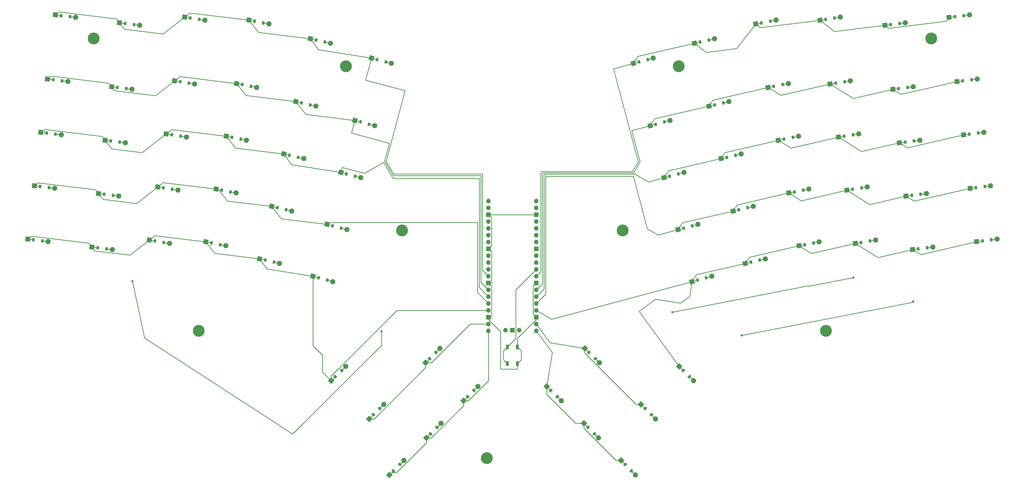
<source format=gbr>
%TF.GenerationSoftware,KiCad,Pcbnew,8.0.6*%
%TF.CreationDate,2024-12-18T16:48:01-08:00*%
%TF.ProjectId,gundamBowtie,67756e64-616d-4426-9f77-7469652e6b69,v1.0.0*%
%TF.SameCoordinates,Original*%
%TF.FileFunction,Copper,L1,Top*%
%TF.FilePolarity,Positive*%
%FSLAX46Y46*%
G04 Gerber Fmt 4.6, Leading zero omitted, Abs format (unit mm)*
G04 Created by KiCad (PCBNEW 8.0.6) date 2024-12-18 16:48:01*
%MOMM*%
%LPD*%
G01*
G04 APERTURE LIST*
G04 Aperture macros list*
%AMRotRect*
0 Rectangle, with rotation*
0 The origin of the aperture is its center*
0 $1 length*
0 $2 width*
0 $3 Rotation angle, in degrees counterclockwise*
0 Add horizontal line*
21,1,$1,$2,0,0,$3*%
G04 Aperture macros list end*
%TA.AperFunction,ComponentPad*%
%ADD10RotRect,1.778000X1.778000X45.000000*%
%TD*%
%TA.AperFunction,SMDPad,CuDef*%
%ADD11RotRect,0.900000X1.200000X45.000000*%
%TD*%
%TA.AperFunction,ComponentPad*%
%ADD12C,1.905000*%
%TD*%
%TA.AperFunction,ComponentPad*%
%ADD13RotRect,1.778000X1.778000X315.000000*%
%TD*%
%TA.AperFunction,SMDPad,CuDef*%
%ADD14RotRect,0.900000X1.200000X315.000000*%
%TD*%
%TA.AperFunction,ComponentPad*%
%ADD15RotRect,1.778000X1.778000X353.000000*%
%TD*%
%TA.AperFunction,SMDPad,CuDef*%
%ADD16RotRect,0.900000X1.200000X353.000000*%
%TD*%
%TA.AperFunction,ComponentPad*%
%ADD17RotRect,1.778000X1.778000X351.000000*%
%TD*%
%TA.AperFunction,SMDPad,CuDef*%
%ADD18RotRect,0.900000X1.200000X351.000000*%
%TD*%
%TA.AperFunction,ComponentPad*%
%ADD19RotRect,1.778000X1.778000X349.000000*%
%TD*%
%TA.AperFunction,SMDPad,CuDef*%
%ADD20RotRect,0.900000X1.200000X349.000000*%
%TD*%
%TA.AperFunction,ComponentPad*%
%ADD21RotRect,1.778000X1.778000X11.000000*%
%TD*%
%TA.AperFunction,SMDPad,CuDef*%
%ADD22RotRect,0.900000X1.200000X11.000000*%
%TD*%
%TA.AperFunction,ComponentPad*%
%ADD23O,1.700000X1.700000*%
%TD*%
%TA.AperFunction,ComponentPad*%
%ADD24R,1.700000X1.700000*%
%TD*%
%TA.AperFunction,ComponentPad*%
%ADD25RotRect,1.778000X1.778000X345.000000*%
%TD*%
%TA.AperFunction,SMDPad,CuDef*%
%ADD26RotRect,0.900000X1.200000X345.000000*%
%TD*%
%TA.AperFunction,ComponentPad*%
%ADD27RotRect,1.778000X1.778000X7.000000*%
%TD*%
%TA.AperFunction,SMDPad,CuDef*%
%ADD28RotRect,0.900000X1.200000X7.000000*%
%TD*%
%TA.AperFunction,ComponentPad*%
%ADD29RotRect,1.778000X1.778000X13.000000*%
%TD*%
%TA.AperFunction,SMDPad,CuDef*%
%ADD30RotRect,0.900000X1.200000X13.000000*%
%TD*%
%TA.AperFunction,ComponentPad*%
%ADD31C,0.700000*%
%TD*%
%TA.AperFunction,ComponentPad*%
%ADD32C,4.400000*%
%TD*%
%TA.AperFunction,ComponentPad*%
%ADD33RotRect,1.778000X1.778000X9.000000*%
%TD*%
%TA.AperFunction,SMDPad,CuDef*%
%ADD34RotRect,0.900000X1.200000X9.000000*%
%TD*%
%TA.AperFunction,ComponentPad*%
%ADD35RotRect,1.778000X1.778000X15.000000*%
%TD*%
%TA.AperFunction,SMDPad,CuDef*%
%ADD36RotRect,0.900000X1.200000X15.000000*%
%TD*%
%TA.AperFunction,ComponentPad*%
%ADD37RotRect,1.778000X1.778000X347.000000*%
%TD*%
%TA.AperFunction,SMDPad,CuDef*%
%ADD38RotRect,0.900000X1.200000X347.000000*%
%TD*%
%TA.AperFunction,SMDPad,CuDef*%
%ADD39R,1.100000X1.800000*%
%TD*%
%TA.AperFunction,ViaPad*%
%ADD40C,0.800000*%
%TD*%
%TA.AperFunction,Conductor*%
%ADD41C,0.250000*%
%TD*%
G04 APERTURE END LIST*
D10*
%TO.P,D34,1*%
%TO.N,GP15*%
X162183448Y-233057988D03*
D11*
X163710795Y-231530634D03*
%TO.P,D34,2*%
%TO.N,keysNextToBig_bottom*%
X166044247Y-229197180D03*
D12*
X167571594Y-227669826D03*
%TD*%
D13*
%TO.P,D71,1*%
%TO.N,GP16*%
X234478135Y-213881267D03*
D14*
X236005489Y-215408614D03*
%TO.P,D71,2*%
%TO.N,mirror_keysNextToBigPart2_bottom*%
X238338943Y-217742066D03*
D12*
X239866297Y-219269413D03*
%TD*%
D15*
%TO.P,D8,1*%
%TO.N,GP11*%
X56577332Y-108588468D03*
D16*
X58721230Y-108851702D03*
%TO.P,D8,2*%
%TO.N,pinky_top*%
X61996636Y-109253870D03*
D12*
X64140534Y-109517104D03*
%TD*%
D17*
%TO.P,D12,1*%
%TO.N,GP12*%
X76129728Y-125977093D03*
D18*
X78263140Y-126314988D03*
%TO.P,D12,2*%
%TO.N,ring_home*%
X81522500Y-126831226D03*
D12*
X83655912Y-127169121D03*
%TD*%
D19*
%TO.P,D18,1*%
%TO.N,GP11*%
X101617200Y-107120422D03*
D20*
X103737517Y-107532561D03*
%TO.P,D18,2*%
%TO.N,middle_top*%
X106976883Y-108162241D03*
D12*
X109097200Y-108574380D03*
%TD*%
D21*
%TO.P,D55,1*%
%TO.N,GP21*%
X302924937Y-88941812D03*
D22*
X305045250Y-88529673D03*
%TO.P,D55,2*%
%TO.N,mirror_middle_number*%
X308284622Y-87900005D03*
D12*
X310404935Y-87487866D03*
%TD*%
D23*
%TO.P,_1,43*%
%TO.N,N/C*%
X210459144Y-179238110D03*
D24*
%TO.P,_1,42*%
X207919158Y-179238108D03*
D23*
%TO.P,_1,41*%
X205379148Y-179238123D03*
%TO.P,_1,40*%
%TO.N,VBUS*%
X216809144Y-131208111D03*
%TO.P,_1,39*%
%TO.N,VSYS*%
X216809147Y-133748113D03*
D24*
%TO.P,_1,38*%
%TO.N,GND*%
X216809160Y-136288107D03*
D23*
%TO.P,_1,37*%
%TO.N,3V3_EN*%
X216809148Y-138828099D03*
%TO.P,_1,36*%
%TO.N,3V3*%
X216809153Y-141368114D03*
%TO.P,_1,35*%
%TO.N,ADC_VREF*%
X216809146Y-143908108D03*
%TO.P,_1,34*%
%TO.N,GP28*%
X216809147Y-146448106D03*
D24*
%TO.P,_1,33*%
%TO.N,AGND*%
X216809142Y-148988114D03*
D23*
%TO.P,_1,32*%
%TO.N,GP27*%
X216809145Y-151528110D03*
%TO.P,_1,31*%
%TO.N,GP26*%
X216809148Y-154068102D03*
%TO.P,_1,30*%
%TO.N,RUN*%
X216809143Y-156608112D03*
%TO.P,_1,29*%
%TO.N,GP22*%
X216809143Y-159148111D03*
D24*
%TO.P,_1,28*%
%TO.N,GND*%
X216809154Y-161688111D03*
D23*
%TO.P,_1,27*%
%TO.N,GP21*%
X216809149Y-164228110D03*
%TO.P,_1,26*%
%TO.N,GP20*%
X216809147Y-166768115D03*
%TO.P,_1,25*%
%TO.N,GP19*%
X216809149Y-169308103D03*
%TO.P,_1,24*%
%TO.N,GP18*%
X216809150Y-171848107D03*
D24*
%TO.P,_1,23*%
%TO.N,GND*%
X216809127Y-174388118D03*
D23*
%TO.P,_1,22*%
%TO.N,GP17*%
X216809143Y-176928106D03*
%TO.P,_1,21*%
%TO.N,GP16*%
X216809147Y-179468111D03*
%TO.P,_1,20*%
%TO.N,GP15*%
X199029148Y-179468107D03*
%TO.P,_1,19*%
%TO.N,GP14*%
X199029145Y-176928105D03*
D24*
%TO.P,_1,18*%
%TO.N,GND*%
X199029132Y-174388111D03*
D23*
%TO.P,_1,17*%
%TO.N,GP13*%
X199029144Y-171848119D03*
%TO.P,_1,16*%
%TO.N,GP12*%
X199029139Y-169308104D03*
%TO.P,_1,15*%
%TO.N,GP11*%
X199029146Y-166768110D03*
%TO.P,_1,14*%
%TO.N,GP10*%
X199029145Y-164228112D03*
D24*
%TO.P,_1,13*%
%TO.N,GND*%
X199029150Y-161688104D03*
D23*
%TO.P,_1,12*%
%TO.N,GP9*%
X199029147Y-159148108D03*
%TO.P,_1,11*%
%TO.N,GP8*%
X199029144Y-156608116D03*
%TO.P,_1,10*%
%TO.N,GP7*%
X199029149Y-154068106D03*
%TO.P,_1,9*%
%TO.N,GP6*%
X199029149Y-151528107D03*
D24*
%TO.P,_1,8*%
%TO.N,GND*%
X199029138Y-148988107D03*
D23*
%TO.P,_1,7*%
%TO.N,GP5*%
X199029143Y-146448108D03*
%TO.P,_1,6*%
%TO.N,GP4*%
X199029145Y-143908103D03*
%TO.P,_1,5*%
%TO.N,GP3*%
X199029143Y-141368115D03*
%TO.P,_1,4*%
%TO.N,GP2*%
X199029142Y-138828111D03*
D24*
%TO.P,_1,3*%
%TO.N,GND*%
X199029165Y-136288100D03*
D23*
%TO.P,_1,2*%
%TO.N,GP1*%
X199029149Y-133748112D03*
%TO.P,_1,1*%
%TO.N,GP0*%
X199029145Y-131208107D03*
%TD*%
D25*
%TO.P,D28,1*%
%TO.N,GP11*%
X144206372Y-120544585D03*
D26*
X146292772Y-121103624D03*
%TO.P,D28,2*%
%TO.N,inner_top*%
X149480322Y-121957746D03*
D12*
X151566722Y-122516785D03*
%TD*%
D27*
%TO.P,D39,1*%
%TO.N,GP20*%
X375518842Y-106592271D03*
D28*
X377662735Y-106329028D03*
%TO.P,D39,2*%
%TO.N,mirror_mods_top*%
X380938155Y-105926862D03*
D12*
X383082048Y-105663619D03*
%TD*%
D15*
%TO.P,D4,1*%
%TO.N,GP10*%
X35193599Y-85812684D03*
D16*
X37337497Y-86075918D03*
%TO.P,D4,2*%
%TO.N,mods_number*%
X40612903Y-86478086D03*
D12*
X42756801Y-86741320D03*
%TD*%
D10*
%TO.P,D36,1*%
%TO.N,GP15*%
X189760651Y-205480852D03*
D11*
X191287998Y-203953498D03*
%TO.P,D36,2*%
%TO.N,keysNextToBigPart3_bottom*%
X193621450Y-201620044D03*
D12*
X195148797Y-200092690D03*
%TD*%
D29*
%TO.P,D58,1*%
%TO.N,GP19*%
X289935682Y-134906909D03*
D30*
X292040319Y-134421013D03*
%TO.P,D58,2*%
%TO.N,mirror_index_home*%
X295255741Y-133678677D03*
D12*
X297360378Y-133192781D03*
%TD*%
D15*
%TO.P,D10,1*%
%TO.N,GP9*%
X61939597Y-64916422D03*
D16*
X64083495Y-65179656D03*
%TO.P,D10,2*%
%TO.N,pinky_function*%
X67358901Y-65581824D03*
D12*
X69502799Y-65845058D03*
%TD*%
D27*
%TO.P,D41,1*%
%TO.N,GP22*%
X370156603Y-62920214D03*
D28*
X372300496Y-62656971D03*
%TO.P,D41,2*%
%TO.N,mirror_mods_function*%
X375575916Y-62254805D03*
D12*
X377719809Y-61991562D03*
%TD*%
D27*
%TO.P,D42,1*%
%TO.N,GP18*%
X356572503Y-149218954D03*
D28*
X358716396Y-148955711D03*
%TO.P,D42,2*%
%TO.N,mirror_pinky_bottom*%
X361991816Y-148553545D03*
D12*
X364135709Y-148290302D03*
%TD*%
D15*
%TO.P,D2,1*%
%TO.N,GP12*%
X30318832Y-125514531D03*
D16*
X32462730Y-125777765D03*
%TO.P,D2,2*%
%TO.N,mods_home*%
X35738136Y-126179933D03*
D12*
X37882034Y-126443167D03*
%TD*%
D21*
%TO.P,D52,1*%
%TO.N,GP18*%
X314373483Y-147839441D03*
D22*
X316493796Y-147427302D03*
%TO.P,D52,2*%
%TO.N,mirror_middle_bottom*%
X319733168Y-146797634D03*
D12*
X321853481Y-146385495D03*
%TD*%
D13*
%TO.P,D68,1*%
%TO.N,GP18*%
X269833451Y-192668066D03*
D14*
X271360805Y-194195413D03*
%TO.P,D68,2*%
%TO.N,mirror_left_top*%
X273694259Y-196528865D03*
D12*
X275221613Y-198056212D03*
%TD*%
D25*
%TO.P,D30,1*%
%TO.N,GP9*%
X155594407Y-78043884D03*
D26*
X157680807Y-78602923D03*
%TO.P,D30,2*%
%TO.N,inner_function*%
X160868357Y-79457045D03*
D12*
X162954757Y-80016084D03*
%TD*%
D27*
%TO.P,D40,1*%
%TO.N,GP21*%
X373081491Y-86741308D03*
D28*
X375225384Y-86478065D03*
%TO.P,D40,2*%
%TO.N,mirror_mods_number*%
X378500804Y-86075899D03*
D12*
X380644697Y-85812656D03*
%TD*%
D27*
%TO.P,D43,1*%
%TO.N,GP19*%
X354135141Y-129368063D03*
D28*
X356279034Y-129104820D03*
%TO.P,D43,2*%
%TO.N,mirror_pinky_home*%
X359554454Y-128702654D03*
D12*
X361698347Y-128439411D03*
%TD*%
D15*
%TO.P,D1,1*%
%TO.N,GP13*%
X27881439Y-145365428D03*
D16*
X30025337Y-145628662D03*
%TO.P,D1,2*%
%TO.N,mods_bottom*%
X33300743Y-146030830D03*
D12*
X35444641Y-146294064D03*
%TD*%
D31*
%TO.P,_3,1*%
%TO.N,N/C*%
X361838610Y-70994100D03*
X362460477Y-72093235D03*
X362176102Y-69777174D03*
X363677403Y-72430727D03*
D32*
X363476320Y-70793017D03*
D31*
X363275237Y-69155307D03*
X364776538Y-71808860D03*
X364492163Y-69492799D03*
X365114030Y-70591934D03*
%TD*%
D27*
%TO.P,D45,1*%
%TO.N,GP21*%
X349260365Y-89666168D03*
D28*
X351404258Y-89402925D03*
%TO.P,D45,2*%
%TO.N,mirror_pinky_number*%
X354679678Y-89000759D03*
D12*
X356823571Y-88737516D03*
%TD*%
D31*
%TO.P,_8,1*%
%TO.N,N/C*%
X165351189Y-141739499D03*
X165516016Y-142991558D03*
X166119966Y-140737612D03*
X167372025Y-140572785D03*
D32*
X166944964Y-142166560D03*
D31*
X166517903Y-143760335D03*
X167769962Y-143595508D03*
X168373912Y-141341562D03*
X168538739Y-142593621D03*
%TD*%
D27*
%TO.P,D38,1*%
%TO.N,GP19*%
X377956267Y-126443168D03*
D28*
X380100160Y-126179925D03*
%TO.P,D38,2*%
%TO.N,mirror_mods_home*%
X383375580Y-125777759D03*
D12*
X385519473Y-125514516D03*
%TD*%
D33*
%TO.P,D51,1*%
%TO.N,GP22*%
X322170573Y-63957022D03*
D34*
X324303976Y-63619136D03*
%TO.P,D51,2*%
%TO.N,mirror_ring_function*%
X327563350Y-63102904D03*
D12*
X329696753Y-62765018D03*
%TD*%
D35*
%TO.P,D63,1*%
%TO.N,GP19*%
X269447966Y-141835308D03*
D36*
X271534367Y-141276255D03*
%TO.P,D63,2*%
%TO.N,mirror_inner_home*%
X274721921Y-140422153D03*
D12*
X276808322Y-139863100D03*
%TD*%
D37*
%TO.P,D22,1*%
%TO.N,GP12*%
X118477945Y-133192776D03*
D38*
X120582580Y-133678668D03*
%TO.P,D22,2*%
%TO.N,index_home*%
X123798018Y-134421016D03*
D12*
X125902653Y-134906908D03*
%TD*%
D29*
%TO.P,D60,1*%
%TO.N,GP21*%
X280937626Y-95932102D03*
D30*
X283042263Y-95446206D03*
%TO.P,D60,2*%
%TO.N,mirror_index_number*%
X286257685Y-94703870D03*
D12*
X288362322Y-94217974D03*
%TD*%
D13*
%TO.P,D69,1*%
%TO.N,GP17*%
X234831694Y-185950547D03*
D14*
X236359048Y-187477894D03*
%TO.P,D69,2*%
%TO.N,mirror_right_middle*%
X238692502Y-189811346D03*
D12*
X240219856Y-191338693D03*
%TD*%
D25*
%TO.P,D29,1*%
%TO.N,GP10*%
X149382713Y-101226076D03*
D26*
X151469113Y-101785115D03*
%TO.P,D29,2*%
%TO.N,inner_number*%
X154656663Y-102639237D03*
D12*
X156743063Y-103198276D03*
%TD*%
D13*
%TO.P,D67,1*%
%TO.N,GP17*%
X255691310Y-206810226D03*
D14*
X257218664Y-208337573D03*
%TO.P,D67,2*%
%TO.N,mirror_left_middle*%
X259552118Y-210671025D03*
D12*
X261079472Y-212198372D03*
%TD*%
D10*
%TO.P,D31,1*%
%TO.N,GP14*%
X154758799Y-212198368D03*
D11*
X156286146Y-210671014D03*
%TO.P,D31,2*%
%TO.N,left_middle*%
X158619598Y-208337560D03*
D12*
X160146945Y-206810206D03*
%TD*%
D25*
%TO.P,D27,1*%
%TO.N,GP12*%
X139030014Y-139863138D03*
D26*
X141116414Y-140422177D03*
%TO.P,D27,2*%
%TO.N,inner_home*%
X144303964Y-141276299D03*
D12*
X146390364Y-141835338D03*
%TD*%
D31*
%TO.P,_4,1*%
%TO.N,N/C*%
X144512588Y-80704059D03*
X144721022Y-81949597D03*
X145245943Y-79675948D03*
X146491481Y-79467514D03*
D32*
X146120307Y-81075233D03*
D31*
X145749133Y-82682952D03*
X146994671Y-82474518D03*
X147519592Y-80200869D03*
X147728026Y-81446407D03*
%TD*%
%TO.P,_9,1*%
%TO.N,N/C*%
X247299489Y-142593601D03*
X247464325Y-141341548D03*
X248068264Y-143595491D03*
X249320317Y-143760327D03*
D32*
X248893266Y-142166550D03*
D31*
X248466215Y-140572773D03*
X249718268Y-140737609D03*
X250322207Y-142991552D03*
X250487043Y-141739499D03*
%TD*%
D29*
%TO.P,D61,1*%
%TO.N,GP22*%
X275538809Y-72547253D03*
D30*
X277643446Y-72061357D03*
%TO.P,D61,2*%
%TO.N,mirror_index_function*%
X280858868Y-71319021D03*
D12*
X282963505Y-70833125D03*
%TD*%
D17*
%TO.P,D11,1*%
%TO.N,GP13*%
X73001053Y-145730843D03*
D18*
X75134465Y-146068738D03*
%TO.P,D11,2*%
%TO.N,ring_bottom*%
X78393825Y-146584976D03*
D12*
X80527237Y-146922871D03*
%TD*%
D13*
%TO.P,D72,1*%
%TO.N,GP16*%
X220689516Y-200092698D03*
D14*
X222216870Y-201620045D03*
%TO.P,D72,2*%
%TO.N,mirror_keysNextToBigPart3_bottom*%
X224550324Y-203953497D03*
D12*
X226077678Y-205480844D03*
%TD*%
D27*
%TO.P,D37,1*%
%TO.N,GP18*%
X380393630Y-146294086D03*
D28*
X382537523Y-146030843D03*
%TO.P,D37,2*%
%TO.N,mirror_mods_bottom*%
X385812943Y-145628677D03*
D12*
X387956836Y-145365434D03*
%TD*%
D35*
%TO.P,D62,1*%
%TO.N,GP18*%
X274624307Y-161153842D03*
D36*
X276710708Y-160594789D03*
%TO.P,D62,2*%
%TO.N,mirror_inner_bottom*%
X279898262Y-159740687D03*
D12*
X281984663Y-159181634D03*
%TD*%
D33*
%TO.P,D49,1*%
%TO.N,GP20*%
X329053688Y-107415326D03*
D34*
X331187091Y-107077440D03*
%TO.P,D49,2*%
%TO.N,mirror_ring_top*%
X334446465Y-106561208D03*
D12*
X336579868Y-106223322D03*
%TD*%
D17*
%TO.P,D15,1*%
%TO.N,GP9*%
X86141574Y-62765044D03*
D18*
X88274986Y-63102939D03*
%TO.P,D15,2*%
%TO.N,ring_function*%
X91534346Y-63619177D03*
D12*
X93667758Y-63957072D03*
%TD*%
D31*
%TO.P,_6,1*%
%TO.N,N/C*%
X89808442Y-179191307D03*
X90505461Y-178138231D03*
X90060209Y-180428811D03*
X91742965Y-177886464D03*
D32*
X91428125Y-179506147D03*
D31*
X91113285Y-181125830D03*
X92796041Y-178583483D03*
X92350789Y-180874063D03*
X93047808Y-179820987D03*
%TD*%
%TO.P,_2,1*%
%TO.N,N/C*%
X50724313Y-70591939D03*
X51061796Y-71808861D03*
X51346178Y-69492803D03*
X52563100Y-69155320D03*
D32*
X52362016Y-70793023D03*
D31*
X52160932Y-72430726D03*
X53377854Y-72093243D03*
X53662236Y-69777185D03*
X53999719Y-70994107D03*
%TD*%
D19*
%TO.P,D16,1*%
%TO.N,GP13*%
X93984821Y-146385521D03*
D20*
X96105138Y-146797660D03*
%TO.P,D16,2*%
%TO.N,middle_bottom*%
X99344504Y-147427340D03*
D12*
X101464821Y-147839479D03*
%TD*%
D33*
%TO.P,D48,1*%
%TO.N,GP19*%
X332182374Y-127169111D03*
D34*
X334315777Y-126831225D03*
%TO.P,D48,2*%
%TO.N,mirror_ring_home*%
X337575151Y-126314993D03*
D12*
X339708554Y-125977107D03*
%TD*%
D35*
%TO.P,D66,1*%
%TO.N,GP22*%
X252883564Y-80016084D03*
D36*
X254969965Y-79457031D03*
%TO.P,D66,2*%
%TO.N,mirror_inner_function*%
X258157519Y-78602929D03*
D12*
X260243920Y-78043876D03*
%TD*%
D29*
%TO.P,D59,1*%
%TO.N,GP20*%
X285436669Y-115419508D03*
D30*
X287541306Y-114933612D03*
%TO.P,D59,2*%
%TO.N,mirror_index_top*%
X290756728Y-114191276D03*
D12*
X292861365Y-113705380D03*
%TD*%
D21*
%TO.P,D56,1*%
%TO.N,GP22*%
X298345539Y-65382756D03*
D22*
X300465852Y-64970617D03*
%TO.P,D56,2*%
%TO.N,mirror_middle_function*%
X303705224Y-64340949D03*
D12*
X305825537Y-63928810D03*
%TD*%
D21*
%TO.P,D54,1*%
%TO.N,GP20*%
X306741115Y-108574346D03*
D22*
X308861428Y-108162207D03*
%TO.P,D54,2*%
%TO.N,mirror_middle_top*%
X312100800Y-107532539D03*
D12*
X314221113Y-107120400D03*
%TD*%
D10*
%TO.P,D33,1*%
%TO.N,GP14*%
X175618453Y-191338692D03*
D11*
X177145800Y-189811338D03*
%TO.P,D33,2*%
%TO.N,right_middle*%
X179479252Y-187477884D03*
D12*
X181006599Y-185950530D03*
%TD*%
D37*
%TO.P,D23,1*%
%TO.N,GP11*%
X122976965Y-113705372D03*
D38*
X125081600Y-114191264D03*
%TO.P,D23,2*%
%TO.N,index_top*%
X128297038Y-114933612D03*
D12*
X130401673Y-115419504D03*
%TD*%
D19*
%TO.P,D17,1*%
%TO.N,GP12*%
X97801032Y-126752958D03*
D20*
X99921349Y-127165097D03*
%TO.P,D17,2*%
%TO.N,middle_home*%
X103160715Y-127794777D03*
D12*
X105281032Y-128206916D03*
%TD*%
D25*
%TO.P,D26,1*%
%TO.N,GP13*%
X133853628Y-159181640D03*
D26*
X135940028Y-159740679D03*
%TO.P,D26,2*%
%TO.N,inner_bottom*%
X139127578Y-160594801D03*
D12*
X141213978Y-161153840D03*
%TD*%
D33*
%TO.P,D50,1*%
%TO.N,GP21*%
X325925008Y-87661603D03*
D34*
X328058411Y-87323717D03*
%TO.P,D50,2*%
%TO.N,mirror_ring_number*%
X331317785Y-86807485D03*
D12*
X333451188Y-86469599D03*
%TD*%
D21*
%TO.P,D53,1*%
%TO.N,GP19*%
X310557253Y-128206901D03*
D22*
X312677566Y-127794762D03*
%TO.P,D53,2*%
%TO.N,mirror_middle_home*%
X315916938Y-127165094D03*
D12*
X318037251Y-126752955D03*
%TD*%
D10*
%TO.P,D32,1*%
%TO.N,GP13*%
X140616680Y-198056222D03*
D11*
X142144027Y-196528868D03*
%TO.P,D32,2*%
%TO.N,left_top*%
X144477479Y-194195414D03*
D12*
X146004826Y-192668060D03*
%TD*%
D35*
%TO.P,D64,1*%
%TO.N,GP20*%
X264271534Y-122516761D03*
D36*
X266357935Y-121957708D03*
%TO.P,D64,2*%
%TO.N,mirror_inner_top*%
X269545489Y-121103606D03*
D12*
X271631890Y-120544553D03*
%TD*%
D29*
%TO.P,D57,1*%
%TO.N,GP18*%
X294434673Y-154394277D03*
D30*
X296539310Y-153908381D03*
%TO.P,D57,2*%
%TO.N,mirror_index_bottom*%
X299754732Y-153166045D03*
D12*
X301859369Y-152680149D03*
%TD*%
D17*
%TO.P,D13,1*%
%TO.N,GP11*%
X79258424Y-106223345D03*
D18*
X81391836Y-106561240D03*
%TO.P,D13,2*%
%TO.N,ring_top*%
X84651196Y-107077478D03*
D12*
X86784608Y-107415373D03*
%TD*%
D27*
%TO.P,D44,1*%
%TO.N,GP20*%
X351697775Y-109517111D03*
D28*
X353841668Y-109253868D03*
%TO.P,D44,2*%
%TO.N,mirror_pinky_top*%
X357117088Y-108851702D03*
D12*
X359260981Y-108588459D03*
%TD*%
D37*
%TO.P,D25,1*%
%TO.N,GP9*%
X132874787Y-70833088D03*
D38*
X134979422Y-71318980D03*
%TO.P,D25,2*%
%TO.N,index_function*%
X138194860Y-72061328D03*
D12*
X140299495Y-72547220D03*
%TD*%
D31*
%TO.P,_5,1*%
%TO.N,N/C*%
X268110280Y-81446376D03*
X268843625Y-82474487D03*
X268318712Y-80200842D03*
X269346823Y-79467497D03*
D32*
X269717991Y-81075208D03*
D31*
X270089159Y-82682919D03*
X271117270Y-81949574D03*
X270592357Y-79675929D03*
X271325702Y-80704040D03*
%TD*%
D10*
%TO.P,D35,1*%
%TO.N,GP15*%
X175972037Y-219269402D03*
D11*
X177499384Y-217742048D03*
%TO.P,D35,2*%
%TO.N,keysNextToBigPart2_bottom*%
X179832836Y-215408594D03*
D12*
X181360183Y-213881240D03*
%TD*%
D15*
%TO.P,D7,1*%
%TO.N,GP12*%
X54139941Y-128439395D03*
D16*
X56283839Y-128702629D03*
%TO.P,D7,2*%
%TO.N,pinky_home*%
X59559245Y-129104797D03*
D12*
X61703143Y-129368031D03*
%TD*%
D15*
%TO.P,D9,1*%
%TO.N,GP10*%
X59014707Y-88737566D03*
D16*
X61158605Y-89000800D03*
%TO.P,D9,2*%
%TO.N,pinky_number*%
X64434011Y-89402968D03*
D12*
X66577909Y-89666202D03*
%TD*%
D31*
%TO.P,_7,1*%
%TO.N,N/C*%
X322790496Y-179820983D03*
X323042271Y-178583482D03*
X323487515Y-180874060D03*
X324095348Y-177886463D03*
D32*
X324410182Y-179506149D03*
D31*
X324725016Y-181125835D03*
X325332849Y-178138238D03*
X325778093Y-180428816D03*
X326029868Y-179191315D03*
%TD*%
D27*
%TO.P,D46,1*%
%TO.N,GP22*%
X346335480Y-65845098D03*
D28*
X348479373Y-65581855D03*
%TO.P,D46,2*%
%TO.N,mirror_pinky_function*%
X351754793Y-65179689D03*
D12*
X353898686Y-64916446D03*
%TD*%
D15*
%TO.P,D5,1*%
%TO.N,GP9*%
X38118460Y-61991564D03*
D16*
X40262358Y-62254798D03*
%TO.P,D5,2*%
%TO.N,mods_function*%
X43537764Y-62656966D03*
D12*
X45681662Y-62920200D03*
%TD*%
D15*
%TO.P,D6,1*%
%TO.N,GP13*%
X51702545Y-148290324D03*
D16*
X53846443Y-148553558D03*
%TO.P,D6,2*%
%TO.N,pinky_bottom*%
X57121849Y-148955726D03*
D12*
X59265747Y-149218960D03*
%TD*%
D33*
%TO.P,D47,1*%
%TO.N,GP18*%
X335311056Y-146922877D03*
D34*
X337444459Y-146584991D03*
%TO.P,D47,2*%
%TO.N,mirror_ring_bottom*%
X340703833Y-146068759D03*
D12*
X342837236Y-145730873D03*
%TD*%
D15*
%TO.P,D3,1*%
%TO.N,GP11*%
X32756238Y-105663626D03*
D16*
X34900136Y-105926860D03*
%TO.P,D3,2*%
%TO.N,mods_top*%
X38175542Y-106329028D03*
D12*
X40319440Y-106592262D03*
%TD*%
D17*
%TO.P,D14,1*%
%TO.N,GP10*%
X82387141Y-86469571D03*
D18*
X84520553Y-86807466D03*
%TO.P,D14,2*%
%TO.N,ring_number*%
X87779913Y-87323704D03*
D12*
X89913325Y-87661599D03*
%TD*%
D13*
%TO.P,D70,1*%
%TO.N,GP16*%
X248266688Y-227669847D03*
D14*
X249794042Y-229197194D03*
%TO.P,D70,2*%
%TO.N,mirror_keysNextToBig_bottom*%
X252127496Y-231530646D03*
D12*
X253654850Y-233057993D03*
%TD*%
D37*
%TO.P,D24,1*%
%TO.N,GP10*%
X127475966Y-94217974D03*
D38*
X129580601Y-94703866D03*
%TO.P,D24,2*%
%TO.N,index_number*%
X132796039Y-95446214D03*
D12*
X134900674Y-95932106D03*
%TD*%
D37*
%TO.P,D21,1*%
%TO.N,GP13*%
X113978861Y-152680159D03*
D38*
X116083496Y-153166051D03*
%TO.P,D21,2*%
%TO.N,index_bottom*%
X119298934Y-153908399D03*
D12*
X121403569Y-154394291D03*
%TD*%
D19*
%TO.P,D20,1*%
%TO.N,GP9*%
X110012793Y-63928795D03*
D20*
X112133110Y-64340934D03*
%TO.P,D20,2*%
%TO.N,middle_function*%
X115372476Y-64970614D03*
D12*
X117492793Y-65382753D03*
%TD*%
D31*
%TO.P,_10,1*%
%TO.N,N/C*%
X196769122Y-226828436D03*
X197252404Y-227995160D03*
X197252403Y-225661707D03*
X198419127Y-225178425D03*
D32*
X198419130Y-226828433D03*
D31*
X198419133Y-228478441D03*
X199585857Y-227995159D03*
X199585856Y-225661706D03*
X200069138Y-226828430D03*
%TD*%
D35*
%TO.P,D65,1*%
%TO.N,GP21*%
X259095138Y-103198289D03*
D36*
X261181539Y-102639236D03*
%TO.P,D65,2*%
%TO.N,mirror_inner_number*%
X264369093Y-101785134D03*
D12*
X266455494Y-101226081D03*
%TD*%
D19*
%TO.P,D19,1*%
%TO.N,GP10*%
X105433376Y-87487842D03*
D20*
X107553693Y-87899981D03*
%TO.P,D19,2*%
%TO.N,middle_number*%
X110793059Y-88529661D03*
D12*
X112913376Y-88941800D03*
%TD*%
D39*
%TO.P,B1,1*%
%TO.N,GND*%
X209769148Y-185488065D03*
X209769136Y-191688068D03*
%TO.P,B1,2*%
%TO.N,RUN*%
X206069146Y-185488066D03*
X206069134Y-191688069D03*
%TD*%
D40*
%TO.N,GP2*%
X66773440Y-161025458D03*
X159294947Y-179651622D03*
%TO.N,GP1*%
X293093364Y-181177929D03*
X356860979Y-168579020D03*
%TO.N,GP2*%
X267370123Y-172527219D03*
X334551584Y-159672206D03*
%TD*%
D41*
%TO.N,GND*%
X211200000Y-190257212D02*
X211200000Y-186918912D01*
X211200000Y-186918912D02*
X209769149Y-185488061D01*
X209769149Y-185488061D02*
X209769149Y-182306382D01*
X209769141Y-191688071D02*
X211200000Y-190257212D01*
X216809126Y-175266417D02*
X216809124Y-174388110D01*
X209769149Y-182306382D02*
X216809126Y-175266417D01*
%TO.N,RUN*%
X206069130Y-191688067D02*
X204600000Y-190218937D01*
X204600000Y-186957209D02*
X206069146Y-185488063D01*
X204600000Y-190218937D02*
X204600000Y-186957209D01*
X206069146Y-185488063D02*
X209163612Y-182393599D01*
X209163612Y-182393599D02*
X209163617Y-164253637D01*
X209163617Y-164253637D02*
X216809147Y-156608106D01*
%TO.N,GND*%
X203531955Y-179769212D02*
X203531955Y-193680740D01*
X199029132Y-174388110D02*
X199029133Y-175266391D01*
X199029133Y-175266391D02*
X203531955Y-179769212D01*
X209769136Y-193643559D02*
X209769137Y-191688067D01*
X203531955Y-193680740D02*
X209731954Y-193680741D01*
X209731954Y-193680741D02*
X209769136Y-193643559D01*
X199029152Y-161688105D02*
X200204146Y-162863098D01*
X200204146Y-174313099D02*
X200129133Y-174388111D01*
X200204146Y-162863098D02*
X200204146Y-174313099D01*
X200129133Y-174388111D02*
X199029132Y-174388110D01*
X199029139Y-148988108D02*
X200204149Y-150163116D01*
X200204149Y-150163116D02*
X200204148Y-161613107D01*
X200204148Y-161613107D02*
X200129153Y-161688104D01*
X200129153Y-161688104D02*
X199029152Y-161688105D01*
X199029165Y-136288100D02*
X200204146Y-137463079D01*
X200204146Y-137463079D02*
X200204147Y-147813100D01*
X200204147Y-147813100D02*
X199029139Y-148988108D01*
X216809160Y-136288105D02*
X199029173Y-136288107D01*
X199029173Y-136288107D02*
X199029165Y-136288100D01*
X216809130Y-174388118D02*
X215634149Y-173213138D01*
X215634149Y-173213138D02*
X215634148Y-162863119D01*
X215634148Y-162863119D02*
X216809156Y-161688111D01*
%TO.N,GP16*%
X220689516Y-200092701D02*
X222676960Y-187544461D01*
X222676960Y-187544461D02*
X216809151Y-179468111D01*
%TO.N,GP17*%
X234831693Y-185950550D02*
X221873155Y-183898120D01*
X221873155Y-183898120D02*
X216809142Y-176928104D01*
%TO.N,GP18*%
X269833454Y-192668066D02*
X255091981Y-172378173D01*
X255151657Y-172001393D02*
X261101095Y-167678872D01*
X261101095Y-167678872D02*
X270385364Y-169149356D01*
X273744488Y-166708810D02*
X274624307Y-161153842D01*
X255091981Y-172378173D02*
X255151657Y-172001393D01*
X270385364Y-169149356D02*
X273744488Y-166708810D01*
%TO.N,GP2*%
X126294950Y-217851625D02*
X71254690Y-182108063D01*
X71254690Y-182108063D02*
X66773440Y-161025458D01*
X159294947Y-179651622D02*
X159294940Y-184851626D01*
X159294940Y-184851626D02*
X126294950Y-217851625D01*
%TO.N,GP19*%
X252826428Y-121990234D02*
X220356340Y-121990234D01*
X220356340Y-121990234D02*
X220294941Y-122051628D01*
X220294941Y-122051628D02*
X220294950Y-165822305D01*
X220294950Y-165822305D02*
X216809148Y-169308102D01*
%TO.N,GP20*%
X253221218Y-121075070D02*
X253044662Y-121251628D01*
X219694945Y-121451627D02*
X219694948Y-163882315D01*
X219694948Y-163882315D02*
X216809149Y-166768113D01*
X253044662Y-121251628D02*
X219894947Y-121251629D01*
X219894947Y-121251629D02*
X219694945Y-121451627D01*
%TO.N,GP21*%
X219094949Y-161942307D02*
X216809149Y-164228111D01*
X255306377Y-116563457D02*
X252927367Y-120684043D01*
X252927367Y-120684043D02*
X219462530Y-120684048D01*
X219462530Y-120684048D02*
X219094947Y-121051627D01*
X219094947Y-121051627D02*
X219094949Y-161942307D01*
%TO.N,GP22*%
X252553746Y-120199802D02*
X218746768Y-120199802D01*
X218746768Y-120199802D02*
X218494951Y-120451625D01*
X218494944Y-157462306D02*
X216809136Y-159148113D01*
X218494951Y-120451625D02*
X218494944Y-157462306D01*
%TO.N,GP18*%
X274624308Y-161153845D02*
X222484377Y-175124697D01*
X222484377Y-175124697D02*
X216809148Y-171848106D01*
%TO.N,GP19*%
X269447963Y-141835309D02*
X262060526Y-143814771D01*
X262060526Y-143814771D02*
X258054574Y-141501936D01*
X258054574Y-141501936D02*
X252826428Y-121990234D01*
%TO.N,GP20*%
X264271537Y-122516763D02*
X258429575Y-124082114D01*
X258429575Y-124082114D02*
X253221218Y-121075070D01*
%TO.N,GP21*%
X259095135Y-103198292D02*
X252343644Y-105007345D01*
X252343644Y-105007345D02*
X252252320Y-105165536D01*
X252252320Y-105165536D02*
X255306377Y-116563457D01*
%TO.N,GP22*%
X245552408Y-81980452D02*
X245461107Y-82138610D01*
X252883572Y-80016083D02*
X245552408Y-81980452D01*
X245461107Y-82138610D02*
X254675064Y-116525566D01*
X254675064Y-116525566D02*
X252553746Y-120199802D01*
%TO.N,GP12*%
X194916821Y-139137268D02*
X194916824Y-165195788D01*
X194916824Y-165195788D02*
X199029140Y-169308099D01*
X139030015Y-139863142D02*
X139755875Y-139137274D01*
X139755875Y-139137274D02*
X194916821Y-139137268D01*
%TO.N,GP11*%
X163292049Y-122340745D02*
X163814046Y-122862736D01*
X195591368Y-122862733D02*
X195591371Y-163330327D01*
X163814046Y-122862736D02*
X195591368Y-122862733D01*
X195591371Y-163330327D02*
X199029146Y-166768116D01*
X160090716Y-116795873D02*
X163292049Y-122340745D01*
%TO.N,GP10*%
X160429777Y-116303247D02*
X163380500Y-121414043D01*
X196237469Y-161436433D02*
X199029148Y-164228113D01*
X163380500Y-121414043D02*
X163550659Y-121708786D01*
X163550659Y-121708786D02*
X196189163Y-121708774D01*
X196189163Y-121708774D02*
X196237467Y-121757078D01*
X196237467Y-121757078D02*
X196237469Y-161436433D01*
%TO.N,GP9*%
X163705760Y-121077409D02*
X163785430Y-121157076D01*
X163785430Y-121157076D02*
X196837471Y-121157084D01*
X196837471Y-121157084D02*
X196837459Y-156956429D01*
X196837459Y-156956429D02*
X199029149Y-159148106D01*
%TO.N,GP11*%
X144206380Y-120544582D02*
X144699432Y-118704490D01*
X152987198Y-120897096D02*
X160090716Y-116795873D01*
X144699432Y-118704490D02*
X144680230Y-118671249D01*
X144680230Y-118671249D02*
X152987198Y-120897096D01*
%TO.N,GP10*%
X148096643Y-105921040D02*
X162199168Y-109699789D01*
X149382717Y-101226072D02*
X148129846Y-105901869D01*
X148129846Y-105901869D02*
X148096643Y-105921040D01*
X162199168Y-109699789D02*
X160429777Y-116303247D01*
%TO.N,GP9*%
X155594413Y-78043890D02*
X153409804Y-86196948D01*
X153409804Y-86196948D02*
X153376555Y-86216140D01*
X153376555Y-86216140D02*
X168058635Y-90150199D01*
X168058635Y-90150199D02*
X161018753Y-116423374D01*
X161018753Y-116423374D02*
X163705760Y-121077409D01*
%TO.N,GP1*%
X356702811Y-168813510D02*
X356860979Y-168579020D01*
X293093364Y-181177929D02*
X356702811Y-168813510D01*
%TO.N,GP2*%
X267370123Y-172527219D02*
X317825765Y-162719640D01*
X318060247Y-162877793D02*
X334551584Y-159672206D01*
X317825765Y-162719640D02*
X318060247Y-162877793D01*
%TO.N,GP13*%
X133853619Y-159181644D02*
X133853614Y-184964516D01*
X133853614Y-184964516D02*
X137406327Y-188517263D01*
X137406334Y-194845903D02*
X140616687Y-198056226D01*
X137406327Y-188517263D02*
X137406334Y-194845903D01*
X140616687Y-198056226D02*
X140616675Y-196249546D01*
X140616675Y-196249546D02*
X165018120Y-171848094D01*
X165018120Y-171848094D02*
X199029150Y-171848104D01*
%TO.N,GP15*%
X189760638Y-205480826D02*
X191567304Y-205480845D01*
X191567304Y-205480845D02*
X199029136Y-198018945D01*
X199029136Y-198018945D02*
X199029159Y-179468098D01*
%TO.N,GP14*%
X175618441Y-191338711D02*
X177854809Y-191338699D01*
X177854809Y-191338699D02*
X192265437Y-176928084D01*
X192265437Y-176928084D02*
X199029142Y-176928076D01*
%TO.N,GP17*%
X255691351Y-206810237D02*
X253884702Y-206810238D01*
X234831694Y-187757212D02*
X234831708Y-185950573D01*
X253884702Y-206810238D02*
X234831694Y-187757212D01*
%TO.N,GP16*%
X234478123Y-213881293D02*
X234478136Y-215687909D01*
X234478136Y-215687909D02*
X246460060Y-227669857D01*
X246460060Y-227669857D02*
X248266652Y-227669846D01*
X220689549Y-200092703D02*
X220689512Y-203118523D01*
X220689512Y-203118523D02*
X231452272Y-213881257D01*
X231452272Y-213881257D02*
X234478123Y-213881293D01*
%TO.N,GP15*%
X175972064Y-219269406D02*
X177778668Y-219269398D01*
X177778668Y-219269398D02*
X189760633Y-207287448D01*
X189760633Y-207287448D02*
X189760641Y-205480817D01*
X162183434Y-233058001D02*
X162988822Y-232252597D01*
X175972036Y-221076071D02*
X175972064Y-219269406D01*
X162988822Y-232252597D02*
X164795498Y-232252622D01*
X164795498Y-232252622D02*
X175972036Y-221076071D01*
%TO.N,GP14*%
X154758818Y-212198343D02*
X156565470Y-212198356D01*
X156565470Y-212198356D02*
X175618462Y-193145331D01*
X175618462Y-193145331D02*
X175618451Y-191338726D01*
%TO.N,GP18*%
X314373471Y-147839455D02*
X295859774Y-152113670D01*
X295859774Y-152113670D02*
X294434668Y-154394296D01*
X335311064Y-146922892D02*
X318951110Y-150699899D01*
X318951110Y-150699899D02*
X314373471Y-147839455D01*
X356572509Y-149218964D02*
X343730324Y-152183796D01*
X343730324Y-152183796D02*
X335311064Y-146922892D01*
X380393620Y-146294099D02*
X359581260Y-151099004D01*
X359581260Y-151099004D02*
X356572509Y-149218964D01*
%TO.N,GP19*%
X310557267Y-128206921D02*
X291351636Y-132640903D01*
X291351636Y-132640903D02*
X289935676Y-134906896D01*
X332182337Y-127169107D02*
X315178692Y-131094719D01*
X315178692Y-131094719D02*
X310557267Y-128206921D01*
X354135135Y-129368063D02*
X340674592Y-132475672D01*
X340674592Y-132475672D02*
X332182337Y-127169107D01*
X377956253Y-126443165D02*
X357143827Y-131248068D01*
X357143827Y-131248068D02*
X354135135Y-129368063D01*
%TO.N,GP20*%
X306741124Y-108574346D02*
X286843510Y-113168070D01*
X286843510Y-113168070D02*
X285436651Y-115419520D01*
X329053695Y-107415344D02*
X311406387Y-111489530D01*
X311406387Y-111489530D02*
X306741124Y-108574346D01*
X351697771Y-109517086D02*
X337618884Y-112767472D01*
X337618884Y-112767472D02*
X329053695Y-107415344D01*
X375518867Y-106592266D02*
X354706495Y-111397156D01*
X354706495Y-111397156D02*
X351697771Y-109517086D01*
%TO.N,GP21*%
X302924952Y-88941832D02*
X282335347Y-93695291D01*
X282335347Y-93695291D02*
X280937602Y-95932114D01*
X325924985Y-87661593D02*
X307634044Y-91884384D01*
X307634044Y-91884384D02*
X302924952Y-88941832D01*
X349260353Y-89666175D02*
X334563129Y-93059301D01*
X334563129Y-93059301D02*
X325924985Y-87661593D01*
X373081489Y-86741326D02*
X352269073Y-91546206D01*
X352269073Y-91546206D02*
X349260353Y-89666175D01*
%TO.N,GP18*%
X294434668Y-154394296D02*
X276220541Y-158599362D01*
X276220541Y-158599362D02*
X274624289Y-161153828D01*
%TO.N,GP19*%
X289935676Y-134906896D02*
X271053252Y-139266252D01*
X271053252Y-139266252D02*
X269447950Y-141835300D01*
%TO.N,GP20*%
X285436651Y-115419520D02*
X265885995Y-119933124D01*
X265885995Y-119933124D02*
X264271519Y-122516783D01*
%TO.N,GP21*%
X280937602Y-95932114D02*
X260718755Y-100599990D01*
X260718755Y-100599990D02*
X259095159Y-103198253D01*
%TO.N,GP22*%
X275538806Y-72547242D02*
X254518077Y-77400291D01*
X254518077Y-77400291D02*
X252883554Y-80016066D01*
%TO.N,GP13*%
X113978891Y-152680192D02*
X116732243Y-156469876D01*
X116732243Y-156469876D02*
X133853597Y-159181630D01*
%TO.N,GP11*%
X122976969Y-113705359D02*
X125831490Y-117634315D01*
X125831490Y-117634315D02*
X144206407Y-120544599D01*
%TO.N,GP9*%
X132874793Y-70833110D02*
X135840614Y-74915218D01*
X135840614Y-74915218D02*
X155594390Y-78043876D01*
X38118472Y-61991535D02*
X39542120Y-60879248D01*
X63784795Y-67278199D02*
X78113150Y-69037499D01*
X39542120Y-60879248D02*
X60827277Y-63492757D01*
X60827277Y-63492757D02*
X61939587Y-64916453D01*
X113553535Y-68460698D02*
X132874775Y-70833088D01*
X61939587Y-64916453D02*
X63784795Y-67278199D01*
X78113150Y-69037499D02*
X86141550Y-62765009D01*
X88096334Y-61237810D02*
X110012794Y-63928814D01*
X110012794Y-63928814D02*
X113553535Y-68460698D01*
X86141550Y-62765009D02*
X88096334Y-61237810D01*
%TO.N,GP22*%
X322170584Y-63957033D02*
X300004297Y-66678718D01*
X300004297Y-66678718D02*
X298345514Y-65382748D01*
X346335525Y-65845092D02*
X327540867Y-68152796D01*
X327540867Y-68152796D02*
X322170584Y-63957033D01*
X370156612Y-62920207D02*
X369044311Y-64343880D01*
X369044311Y-64343880D02*
X347759192Y-66957374D01*
X347759192Y-66957374D02*
X346335525Y-65845092D01*
%TO.N,GP13*%
X113978889Y-152680190D02*
X114866118Y-152789112D01*
X93984815Y-146385522D02*
X97303059Y-150632655D01*
X97303059Y-150632655D02*
X113978889Y-152680190D01*
X73001042Y-145730857D02*
X75126799Y-144070017D01*
X75126799Y-144070017D02*
X93984815Y-146385522D01*
X51702539Y-148290305D02*
X52814851Y-149713963D01*
X52814851Y-149713963D02*
X65853742Y-151314924D01*
X65853742Y-151314924D02*
X73001042Y-145730857D01*
X27881471Y-145365444D02*
X29305148Y-144253142D01*
X29305148Y-144253142D02*
X50590241Y-146866651D01*
X50590241Y-146866651D02*
X51702539Y-148290305D01*
%TO.N,GP12*%
X118477930Y-133192750D02*
X122061620Y-137779678D01*
X122061620Y-137779678D02*
X139030012Y-139863112D01*
X97801032Y-126752940D02*
X98685552Y-126861571D01*
X98685552Y-126861571D02*
X102056747Y-131176488D01*
X102056747Y-131176488D02*
X118477930Y-133192750D01*
X76129740Y-125977096D02*
X78214780Y-124348042D01*
X78214780Y-124348042D02*
X97801032Y-126752940D01*
X54139931Y-128439404D02*
X55811021Y-130578260D01*
X55811021Y-130578260D02*
X68280831Y-132109359D01*
X68280831Y-132109359D02*
X76129740Y-125977096D01*
%TO.N,GP11*%
X32756202Y-105663609D02*
X34179878Y-104551304D01*
X34179878Y-104551304D02*
X55465060Y-107164794D01*
X55465060Y-107164794D02*
X56577339Y-108588499D01*
%TO.N,GP12*%
X30318816Y-125514554D02*
X31742508Y-124402269D01*
X31742508Y-124402269D02*
X53027654Y-127015742D01*
X53027654Y-127015742D02*
X54139931Y-128439404D01*
%TO.N,GP11*%
X122976973Y-113705351D02*
X123864212Y-113814292D01*
X101617190Y-107120396D02*
X105041384Y-111503159D01*
X105041384Y-111503159D02*
X122976973Y-113705351D01*
X79258409Y-106223354D02*
X81302784Y-104626116D01*
X81302784Y-104626116D02*
X101617190Y-107120396D01*
X56577339Y-108588499D02*
X59119095Y-111841762D01*
X59119095Y-111841762D02*
X70308650Y-113215678D01*
X70308650Y-113215678D02*
X79258409Y-106223354D01*
%TO.N,GP10*%
X127475945Y-94217985D02*
X131207766Y-98994470D01*
X131207766Y-98994470D02*
X149382760Y-101226092D01*
X105433381Y-87487861D02*
X108910536Y-91938432D01*
X108910536Y-91938432D02*
X127475945Y-94217985D01*
X82387118Y-86469574D02*
X84390804Y-84904156D01*
X84390804Y-84904156D02*
X105433381Y-87487861D01*
X59014701Y-88737524D02*
X60126982Y-90161208D01*
X60126982Y-90161208D02*
X75280559Y-92021822D01*
X75280559Y-92021822D02*
X82387118Y-86469574D01*
X35193605Y-85812704D02*
X36617265Y-84700406D01*
X36617265Y-84700406D02*
X57902401Y-87313885D01*
X57902401Y-87313885D02*
X59014701Y-88737524D01*
%TO.N,mirror_mods_bottom*%
X385812938Y-145628686D02*
X387956858Y-145365443D01*
X387956858Y-145365443D02*
X387956859Y-145365440D01*
%TO.N,GP18*%
X380393621Y-146294105D02*
X382537525Y-146030827D01*
X382537525Y-146030827D02*
X382537525Y-146030827D01*
%TO.N,GP19*%
X380100143Y-126179928D02*
X377956275Y-126443156D01*
X377956275Y-126443156D02*
X377956267Y-126443145D01*
%TO.N,mirror_mods_home*%
X385519463Y-125514527D02*
X383375561Y-125777737D01*
X383375561Y-125777737D02*
X383375526Y-125777766D01*
%TO.N,mirror_mods_top*%
X380938158Y-105926832D02*
X383082080Y-105663619D01*
X383082080Y-105663619D02*
X383082092Y-105663625D01*
%TO.N,GP20*%
X375518900Y-106592267D02*
X377662779Y-106329017D01*
X377662779Y-106329017D02*
X377662757Y-106329025D01*
%TO.N,GP21*%
X375225387Y-86478071D02*
X373081456Y-86741316D01*
X373081456Y-86741316D02*
X373081453Y-86741318D01*
%TO.N,mirror_mods_number*%
X380644657Y-85812672D02*
X378500806Y-86075932D01*
X378500806Y-86075932D02*
X378500781Y-86075951D01*
%TO.N,mirror_mods_function*%
X375575924Y-62254783D02*
X377719788Y-61991552D01*
X377719788Y-61991552D02*
X377719776Y-61991565D01*
%TO.N,GP22*%
X370156618Y-62920208D02*
X372300526Y-62656989D01*
X372300526Y-62656989D02*
X372300528Y-62656992D01*
X348479416Y-65581844D02*
X346335506Y-65845082D01*
X346335506Y-65845082D02*
X346335520Y-65845097D01*
%TO.N,mirror_pinky_function*%
X353898698Y-64916439D02*
X351754807Y-65179682D01*
X351754807Y-65179682D02*
X351754805Y-65179679D01*
%TO.N,mirror_pinky_number*%
X354679673Y-89000761D02*
X356823576Y-88737506D01*
X356823576Y-88737506D02*
X356823579Y-88737508D01*
%TO.N,GP21*%
X349260354Y-89666184D02*
X351404257Y-89402914D01*
X351404257Y-89402914D02*
X351404266Y-89402915D01*
%TO.N,GP20*%
X353841677Y-109253874D02*
X351697750Y-109517119D01*
X351697750Y-109517119D02*
X351697752Y-109517105D01*
%TO.N,mirror_pinky_top*%
X359260967Y-108588470D02*
X357117052Y-108851709D01*
X357117052Y-108851709D02*
X357117067Y-108851658D01*
%TO.N,GP19*%
X356279060Y-129104819D02*
X354135143Y-129368041D01*
X354135143Y-129368041D02*
X354135142Y-129368049D01*
%TO.N,mirror_pinky_home*%
X361698325Y-128439407D02*
X359554427Y-128702644D01*
X359554427Y-128702644D02*
X359554443Y-128702653D01*
%TO.N,GP18*%
X358716422Y-148955729D02*
X356572510Y-149218968D01*
X356572510Y-149218968D02*
X356572516Y-149218963D01*
%TO.N,mirror_pinky_bottom*%
X364135711Y-148290299D02*
X361991844Y-148553563D01*
X361991844Y-148553563D02*
X361991834Y-148553577D01*
%TO.N,mirror_ring_bottom*%
X340703817Y-146068740D02*
X342837228Y-145730853D01*
X342837228Y-145730853D02*
X342837246Y-145730811D01*
%TO.N,GP18*%
X337444453Y-146584988D02*
X335311066Y-146922905D01*
X335311066Y-146922905D02*
X335311059Y-146922890D01*
%TO.N,GP19*%
X334315762Y-126831231D02*
X332182405Y-127169123D01*
X332182405Y-127169123D02*
X332182400Y-127169125D01*
%TO.N,mirror_ring_home*%
X339708569Y-125977095D02*
X337575132Y-126314978D01*
X337575132Y-126314978D02*
X337575149Y-126314976D01*
%TO.N,mirror_ring_top*%
X334446441Y-106561214D02*
X336579839Y-106223312D01*
X336579839Y-106223312D02*
X336579867Y-106223337D01*
%TO.N,GP20*%
X329053697Y-107415330D02*
X331187071Y-107077477D01*
X331187071Y-107077477D02*
X331187080Y-107077482D01*
%TO.N,GP21*%
X328058360Y-87323685D02*
X325924987Y-87661594D01*
X325924987Y-87661594D02*
X325924992Y-87661616D01*
%TO.N,mirror_ring_number*%
X333451177Y-86469560D02*
X331317788Y-86807478D01*
X331317788Y-86807478D02*
X331317780Y-86807486D01*
%TO.N,GP22*%
X300465833Y-64970626D02*
X298345488Y-65382768D01*
X298345488Y-65382768D02*
X298345487Y-65382763D01*
%TO.N,mirror_middle_function*%
X305825527Y-63928820D02*
X303705233Y-64340962D01*
X303705233Y-64340962D02*
X303705220Y-64340958D01*
%TO.N,mirror_middle_number*%
X308284624Y-87899993D02*
X310404917Y-87487884D01*
X310404917Y-87487884D02*
X310404945Y-87487865D01*
%TO.N,GP21*%
X302924933Y-88941826D02*
X305045273Y-88529649D01*
X305045273Y-88529649D02*
X305045245Y-88529683D01*
%TO.N,mirror_middle_top*%
X312100790Y-107532539D02*
X314221105Y-107120406D01*
X314221105Y-107120406D02*
X314221114Y-107120430D01*
%TO.N,GP20*%
X308861448Y-108162227D02*
X306741139Y-108574347D01*
X306741139Y-108574347D02*
X306741124Y-108574335D01*
%TO.N,GP19*%
X312677576Y-127794793D02*
X310557281Y-128206930D01*
X310557281Y-128206930D02*
X310557270Y-128206929D01*
%TO.N,mirror_middle_home*%
X318037310Y-126752950D02*
X315916950Y-127165111D01*
X315916950Y-127165111D02*
X315916974Y-127165103D01*
%TO.N,mirror_middle_bottom*%
X319733175Y-146797619D02*
X321853434Y-146385506D01*
X321853434Y-146385506D02*
X321853479Y-146385482D01*
%TO.N,GP18*%
X316493776Y-147427321D02*
X314373469Y-147839454D01*
X314373469Y-147839454D02*
X314373461Y-147839451D01*
X296539292Y-153908442D02*
X294434685Y-154394311D01*
%TO.N,mirror_index_bottom*%
X301859354Y-152680186D02*
X299754730Y-153166086D01*
%TO.N,mirror_index_home*%
X295255727Y-133678654D02*
X297360350Y-133192781D01*
%TO.N,GP19*%
X289935663Y-134906895D02*
X292040298Y-134421013D01*
%TO.N,GP20*%
X287541312Y-114933582D02*
X285436667Y-115419526D01*
%TO.N,mirror_index_top*%
X292861344Y-113705374D02*
X290756718Y-114191257D01*
%TO.N,GP21*%
X280937598Y-95932104D02*
X283042261Y-95446201D01*
%TO.N,GP22*%
X277643452Y-72061287D02*
X275538791Y-72547237D01*
%TO.N,mirror_index_function*%
X282963507Y-70833073D02*
X280858876Y-71318996D01*
%TO.N,GP18*%
X276710734Y-160594800D02*
X274624327Y-161153871D01*
X274624327Y-161153871D02*
X274624337Y-161153875D01*
%TO.N,mirror_inner_bottom*%
X281984692Y-159181590D02*
X279898283Y-159740690D01*
X279898283Y-159740690D02*
X279898290Y-159740696D01*
%TO.N,GP19*%
X271534340Y-141276278D02*
X269447970Y-141835295D01*
X269447970Y-141835295D02*
X269447974Y-141835305D01*
%TO.N,mirror_inner_home*%
X276808322Y-139863110D02*
X274721912Y-140422186D01*
X274721912Y-140422186D02*
X274721917Y-140422166D01*
%TO.N,mirror_inner_top*%
X269545518Y-121103643D02*
X271631900Y-120544549D01*
X271631900Y-120544549D02*
X271631908Y-120544563D01*
%TO.N,GP20*%
X264271536Y-122516804D02*
X266357954Y-121957723D01*
X266357954Y-121957723D02*
X266357968Y-121957716D01*
%TO.N,mirror_inner_number*%
X264369138Y-101785114D02*
X266455547Y-101226090D01*
X266455547Y-101226090D02*
X266455514Y-101226084D01*
%TO.N,GP21*%
X261181568Y-102639241D02*
X259095169Y-103198278D01*
X259095169Y-103198278D02*
X259095159Y-103198285D01*
%TO.N,GP22*%
X254969925Y-79457018D02*
X252883552Y-80016045D01*
X252883552Y-80016045D02*
X252883555Y-80016055D01*
%TO.N,mirror_inner_function*%
X258157498Y-78602902D02*
X260243872Y-78043853D01*
X260243872Y-78043853D02*
X260243888Y-78043882D01*
%TO.N,mods_bottom*%
X33300748Y-146030879D02*
X35444641Y-146294093D01*
%TO.N,mods_home*%
X37882049Y-126443152D02*
X35738142Y-126179936D01*
%TO.N,mods_top*%
X40319426Y-106592269D02*
X38175556Y-106329001D01*
%TO.N,mods_number*%
X42756820Y-86741323D02*
X40612897Y-86478055D01*
%TO.N,mods_function*%
X43537782Y-62656976D02*
X45681676Y-62920226D01*
%TO.N,pinky_bottom*%
X59265733Y-149218961D02*
X57121841Y-148955712D01*
%TO.N,pinky_home*%
X59559241Y-129104833D02*
X61703152Y-129368083D01*
%TO.N,pinky_top*%
X61996649Y-109253869D02*
X64140559Y-109517102D01*
%TO.N,pinky_number*%
X64434014Y-89402910D02*
X66577959Y-89666200D01*
%TO.N,pinky_function*%
X67358872Y-65581842D02*
X69502782Y-65845070D01*
%TO.N,ring_bottom*%
X80527218Y-146922913D02*
X80527226Y-146922902D01*
X78393849Y-146584997D02*
X80527218Y-146922913D01*
%TO.N,ring_home*%
X81522527Y-126831207D02*
X81522522Y-126831243D01*
X83655930Y-127169123D02*
X81522527Y-126831207D01*
%TO.N,ring_top*%
X86784617Y-107415382D02*
X84651224Y-107077446D01*
X84651224Y-107077446D02*
X84651210Y-107077458D01*
%TO.N,ring_number*%
X89913334Y-87661569D02*
X89913317Y-87661584D01*
X87779882Y-87323736D02*
X89913334Y-87661569D01*
%TO.N,ring_function*%
X93667725Y-63957062D02*
X93667727Y-63957064D01*
X91534339Y-63619185D02*
X93667725Y-63957062D01*
X93602113Y-63873062D02*
X93667720Y-63957069D01*
%TO.N,middle_bottom*%
X99344539Y-147427320D02*
X99344499Y-147427297D01*
X101464818Y-147839418D02*
X99344539Y-147427320D01*
%TO.N,middle_home*%
X105280999Y-128206918D02*
X105281002Y-128206920D01*
X103160682Y-127794758D02*
X105280999Y-128206918D01*
%TO.N,middle_top*%
X106976875Y-108162240D02*
X109097169Y-108574386D01*
X109097169Y-108574386D02*
X109097171Y-108574372D01*
%TO.N,middle_number*%
X112913356Y-88941818D02*
X110793038Y-88529659D01*
X110793038Y-88529659D02*
X110793041Y-88529658D01*
%TO.N,middle_function*%
X115372469Y-64970592D02*
X117492761Y-65382762D01*
X117492761Y-65382762D02*
X117492752Y-65382782D01*
%TO.N,index_bottom*%
X119298981Y-153908405D02*
X121403590Y-154394273D01*
X121403590Y-154394273D02*
X121403599Y-154394291D01*
%TO.N,index_home*%
X123797989Y-134421051D02*
X123797993Y-134421042D01*
X125902595Y-134906908D02*
X123797989Y-134421051D01*
%TO.N,index_top*%
X130401662Y-115419474D02*
X128297003Y-114933586D01*
X128297003Y-114933586D02*
X128296991Y-114933598D01*
%TO.N,index_number*%
X134900652Y-95932097D02*
X134900652Y-95932097D01*
X132796014Y-95446216D02*
X134900652Y-95932097D01*
%TO.N,index_function*%
X140299504Y-72547239D02*
X140299484Y-72547200D01*
X138194867Y-72061329D02*
X140299504Y-72547239D01*
%TO.N,inner_bottom*%
X139127576Y-160594791D02*
X141213962Y-161153863D01*
X141213962Y-161153863D02*
X141213957Y-161153857D01*
%TO.N,inner_home*%
X146390334Y-141835334D02*
X146390324Y-141835317D01*
X144303964Y-141276271D02*
X146390334Y-141835334D01*
%TO.N,inner_top*%
X149480348Y-121957762D02*
X151566745Y-122516805D01*
X151566745Y-122516805D02*
X151566742Y-122516802D01*
%TO.N,inner_number*%
X154656690Y-102639261D02*
X154656691Y-102639258D01*
X156743101Y-103198239D02*
X154656690Y-102639261D01*
%TO.N,inner_function*%
X160868355Y-79457063D02*
X160868358Y-79457049D01*
X162954756Y-80016031D02*
X160868355Y-79457063D01*
%TO.N,left_middle*%
X160146949Y-206810210D02*
X160146953Y-206810209D01*
X158619608Y-208337563D02*
X160146949Y-206810210D01*
%TO.N,left_top*%
X146004852Y-192668064D02*
X144477469Y-194195390D01*
X144477469Y-194195390D02*
X144477499Y-194195412D01*
%TO.N,right_middle*%
X181006623Y-185950587D02*
X181006632Y-185950584D01*
X179479263Y-187477908D02*
X181006623Y-185950587D01*
%TO.N,keysNextToBig_bottom*%
X167571586Y-227669861D02*
X167571595Y-227669864D01*
X166044295Y-229197212D02*
X167571586Y-227669861D01*
%TO.N,keysNextToBigPart2_bottom*%
X181360175Y-213881286D02*
X181360187Y-213881272D01*
X179832848Y-215408608D02*
X181360175Y-213881286D01*
%TO.N,keysNextToBigPart3_bottom*%
X193621432Y-201620004D02*
X195148756Y-200092698D01*
X195148756Y-200092698D02*
X195148745Y-200092680D01*
%TO.N,mirror_left_middle*%
X259552127Y-210671032D02*
X261079473Y-212198308D01*
%TO.N,mirror_left_top*%
X273694258Y-196528842D02*
X275221604Y-198056233D01*
%TO.N,mirror_right_middle*%
X238692484Y-189811377D02*
X240219851Y-191338698D01*
%TO.N,mirror_keysNextToBig_bottom*%
X253654894Y-233058015D02*
X252127505Y-231530667D01*
%TO.N,mirror_keysNextToBigPart2_bottom*%
X239866263Y-219269414D02*
X238338882Y-217742099D01*
%TO.N,mirror_keysNextToBigPart3_bottom*%
X226077671Y-205480834D02*
X224550334Y-203953495D01*
%TO.N,GP13*%
X73001045Y-145730882D02*
X75134448Y-146068765D01*
X142144036Y-196528862D02*
X140616677Y-198056218D01*
X135940007Y-159740688D02*
X135939989Y-159740680D01*
X93984854Y-146385489D02*
X93984836Y-146385510D01*
X30025367Y-145628693D02*
X27881438Y-145365452D01*
X113978904Y-152680132D02*
X113978892Y-152680146D01*
X133853571Y-159181634D02*
X135940007Y-159740688D01*
X75134448Y-146068765D02*
X75134454Y-146068763D01*
X53846484Y-148553564D02*
X51702578Y-148290331D01*
X116083555Y-153166054D02*
X113978904Y-152680132D01*
X140616677Y-198056218D02*
X140616662Y-198056241D01*
X96105153Y-146797646D02*
X93984854Y-146385489D01*
%TO.N,GP12*%
X76129742Y-125977090D02*
X76129731Y-125977076D01*
X99921303Y-127165112D02*
X99921306Y-127165104D01*
X54139925Y-128439407D02*
X56283817Y-128702647D01*
X118477903Y-133192787D02*
X118477901Y-133192787D01*
X78263156Y-126314968D02*
X76129742Y-125977090D01*
X139029976Y-139863137D02*
X139029983Y-139863134D01*
X97800963Y-126752954D02*
X99921303Y-127165112D01*
X120582550Y-133678684D02*
X118477903Y-133192787D01*
X141116390Y-140422180D02*
X139029976Y-139863137D01*
X32462762Y-125777748D02*
X30318820Y-125514526D01*
%TO.N,GP11*%
X79258422Y-106223329D02*
X79258414Y-106223305D01*
X125081587Y-114191280D02*
X122976927Y-113705397D01*
X146292757Y-121103633D02*
X144206376Y-120544567D01*
X103737487Y-107532549D02*
X103737509Y-107532561D01*
X122976927Y-113705397D02*
X122976944Y-113705390D01*
X101617177Y-107120433D02*
X103737487Y-107532549D01*
X56577319Y-108588480D02*
X58721251Y-108851684D01*
X34900132Y-105926835D02*
X32756191Y-105663622D01*
X81391852Y-106561198D02*
X79258422Y-106223329D01*
X144206376Y-120544567D02*
X144206407Y-120544599D01*
%TO.N,GP10*%
X84520544Y-86807445D02*
X82387124Y-86469596D01*
X107553674Y-87899988D02*
X105433364Y-87487881D01*
X105433364Y-87487881D02*
X105433356Y-87487884D01*
X82387124Y-86469596D02*
X82387111Y-86469579D01*
X61158592Y-89000770D02*
X59014710Y-88737512D01*
X129580599Y-94703861D02*
X127475965Y-94217996D01*
X151469160Y-101785131D02*
X149382750Y-101226079D01*
X37337517Y-86075962D02*
X35193626Y-85812696D01*
X127475965Y-94217996D02*
X127475950Y-94217981D01*
X149382750Y-101226079D02*
X149382752Y-101226078D01*
%TO.N,GP9*%
X86207188Y-62849048D02*
X86141548Y-62764999D01*
X110012794Y-63928812D02*
X110012779Y-63928806D01*
X132874783Y-70833061D02*
X132874772Y-70833068D01*
X40262401Y-62254820D02*
X38118452Y-61991551D01*
X64083450Y-65179671D02*
X61939566Y-64916417D01*
X155594390Y-78043893D02*
X155594392Y-78043879D01*
X157680809Y-78602896D02*
X155594390Y-78043893D01*
X112133057Y-64340959D02*
X110012794Y-63928812D01*
X88274936Y-63102912D02*
X86141600Y-62765049D01*
X86141600Y-62765049D02*
X86141588Y-62765057D01*
X134979442Y-71318947D02*
X132874783Y-70833061D01*
%TO.N,GP14*%
X156286150Y-210671017D02*
X154758818Y-212198347D01*
X154758818Y-212198347D02*
X154758823Y-212198343D01*
X177145814Y-189811380D02*
X175618488Y-191338684D01*
X175618488Y-191338684D02*
X175618448Y-191338705D01*
%TO.N,GP15*%
X191287957Y-203953469D02*
X189760598Y-205480836D01*
X163710798Y-231530644D02*
X162183435Y-233057991D01*
X177499368Y-217742048D02*
X177499373Y-217742048D01*
X175972014Y-219269472D02*
X177499368Y-217742048D01*
X189760598Y-205480836D02*
X189760622Y-205480825D01*
X162183435Y-233057991D02*
X162183434Y-233057996D01*
%TO.N,GP18*%
X269833445Y-192668047D02*
X271360812Y-194195406D01*
%TO.N,GP17*%
X257218679Y-208337536D02*
X255691315Y-206810200D01*
X234831695Y-185950571D02*
X236359048Y-187477910D01*
%TO.N,GP16*%
X249794097Y-229197216D02*
X248266724Y-227669867D01*
X236005498Y-215408608D02*
X234478116Y-213881274D01*
X222216868Y-201620059D02*
X220689546Y-200092677D01*
%TO.N,mirror_index_number*%
X286257684Y-94703849D02*
X288362322Y-94217995D01*
%TO.N,mirror_ring_function*%
X329696708Y-62765027D02*
X329696734Y-62765006D01*
X327563346Y-63102933D02*
X329696708Y-62765027D01*
%TO.N,GP22*%
X324303968Y-63619175D02*
X322170587Y-63957031D01*
X322170587Y-63957031D02*
X322170571Y-63957016D01*
X291213016Y-74511976D02*
X279840774Y-75908286D01*
X279840774Y-75908286D02*
X275538813Y-72547230D01*
X298345514Y-65382748D02*
X291213016Y-74511976D01*
%TD*%
M02*

</source>
